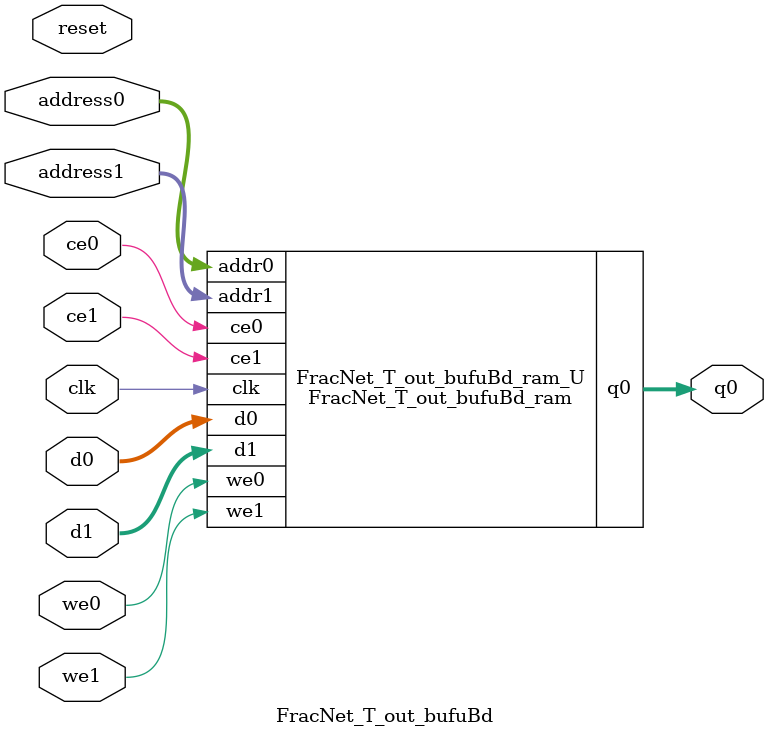
<source format=v>
`timescale 1 ns / 1 ps
module FracNet_T_out_bufuBd_ram (addr0, ce0, d0, we0, q0, addr1, ce1, d1, we1,  clk);

parameter DWIDTH = 24;
parameter AWIDTH = 14;
parameter MEM_SIZE = 8712;

input[AWIDTH-1:0] addr0;
input ce0;
input[DWIDTH-1:0] d0;
input we0;
output reg[DWIDTH-1:0] q0;
input[AWIDTH-1:0] addr1;
input ce1;
input[DWIDTH-1:0] d1;
input we1;
input clk;

(* ram_style = "block" *)reg [DWIDTH-1:0] ram[0:MEM_SIZE-1];




always @(posedge clk)  
begin 
    if (ce0) begin
        if (we0) 
            ram[addr0] <= d0; 
        q0 <= ram[addr0];
    end
end


always @(posedge clk)  
begin 
    if (ce1) begin
        if (we1) 
            ram[addr1] <= d1; 
    end
end


endmodule

`timescale 1 ns / 1 ps
module FracNet_T_out_bufuBd(
    reset,
    clk,
    address0,
    ce0,
    we0,
    d0,
    q0,
    address1,
    ce1,
    we1,
    d1);

parameter DataWidth = 32'd24;
parameter AddressRange = 32'd8712;
parameter AddressWidth = 32'd14;
input reset;
input clk;
input[AddressWidth - 1:0] address0;
input ce0;
input we0;
input[DataWidth - 1:0] d0;
output[DataWidth - 1:0] q0;
input[AddressWidth - 1:0] address1;
input ce1;
input we1;
input[DataWidth - 1:0] d1;



FracNet_T_out_bufuBd_ram FracNet_T_out_bufuBd_ram_U(
    .clk( clk ),
    .addr0( address0 ),
    .ce0( ce0 ),
    .we0( we0 ),
    .d0( d0 ),
    .q0( q0 ),
    .addr1( address1 ),
    .ce1( ce1 ),
    .we1( we1 ),
    .d1( d1 ));

endmodule


</source>
